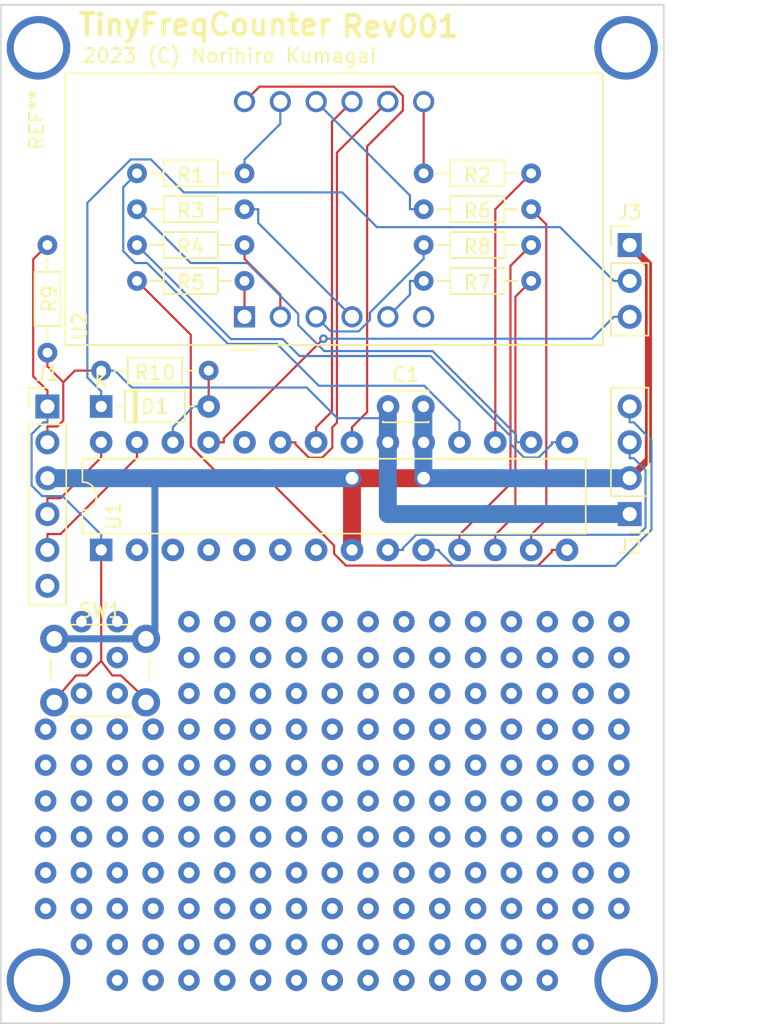
<source format=kicad_pcb>
(kicad_pcb (version 20221018) (generator pcbnew)
  (layers (0 "F.Cu" signal) (31 "B.Cu" signal) (34 "B.Paste" user) (35 "F.Paste" user) (36 "B.SilkS" user "B.Silkscreen") (37 "F.SilkS" user "F.Silkscreen") (38 "B.Mask" user) (39 "F.Mask" user) (44 "Edge.Cuts" user))
  (net 0 "")
  (net 1 "VCC")
  (net 2 "Net-(U1-RC7)")
  (net 3 "Net-(U2-a)")
  (net 4 "Net-(U1-RC6)")
  (net 5 "Net-(U2-b)")
  (net 6 "Net-(U1-RC5)")
  (net 7 "Net-(U2-c)")
  (net 8 "Net-(U1-RC4)")
  (net 9 "Net-(U2-d)")
  (net 10 "Net-(U1-RC3)")
  (net 11 "GND")
  (net 12 "Net-(U2-e)")
  (net 13 "Net-(U1-RC2)")
  (net 14 "Net-(U2-f)")
  (net 15 "Net-(U1-RC1)")
  (net 16 "Net-(U2-g)")
  (net 17 "Net-(U1-RC0)")
  (net 18 "Net-(U2-DP)")
  (net 19 "Net-(J1-Pin_1)")
  (net 20 "/TX1")
  (net 27 "Net-(J2-Pin_3)")
  (net 28 "Net-(J2-Pin_4)")
  (net 29 "Net-(U1-RB0)")
  (net 30 "Net-(U1-RB1)")
  (net 31 "Net-(D1-K)")
  (net 32 "Net-(U1-RB2)")
  (net 34 "/RX1")
  (net 35 "Net-(J1-Pin_5)")
  (net 36 "Net-(J1-Pin_4)")
  (footprint "Capacitor_THT:C_Disc_D3.0mm_W2.0mm_P2.50mm" (layer "F.Cu") (at 107.97 101.6)
    (fp_text reference "C1" (at 1.25 -2.25) (layer "F.SilkS"))
    (fp_text value "0.1uF")
    (pad "1" thru_hole circle (at 0 0) (size 1.6 1.6) (drill 0.8) (layers "*.Cu" "*.Mask") (net 1 "VCC"))
    (pad "2" thru_hole circle (at 2.5 0) (size 1.6 1.6) (drill 0.8) (layers "*.Cu" "*.Mask") (net 11 "GND"))
  )
  (footprint "0-local:Janome_16x10_half" (layer "F.Cu") (at 83.693 81.28)
    (fp_text reference "REF**" (at -0.635 0 90) (layer "F.SilkS"))
    (fp_text value "Janome_16x10_half")
    (fp_line (start -3.175 -8.128) (end -3.175 64.008) (stroke (width 0.12)) (layer "Edge.Cuts"))
    (fp_line (start -3.175 64.008) (end 43.815 64.008) (stroke (width 0.12)) (layer "Edge.Cuts"))
    (fp_line (start 43.815 -8.128) (end -3.175 -8.128) (stroke (width 0.12)) (layer "Edge.Cuts"))
    (fp_line (start 43.815 64.008) (end 43.815 -8.128) (stroke (width 0.12)) (layer "Edge.Cuts"))
    (pad "1" thru_hole circle (at 0 43.18) (size 1.524 1.524) (drill 0.762) (layers "*.Cu" "*.Mask"))
    (pad "1" thru_hole circle (at 0 45.72) (size 1.524 1.524) (drill 0.762) (layers "*.Cu" "*.Mask"))
    (pad "1" thru_hole circle (at 0 48.26) (size 1.524 1.524) (drill 0.762) (layers "*.Cu" "*.Mask"))
    (pad "1" thru_hole circle (at 0 50.8) (size 1.524 1.524) (drill 0.762) (layers "*.Cu" "*.Mask"))
    (pad "1" thru_hole circle (at 0 53.34) (size 1.524 1.524) (drill 0.762) (layers "*.Cu" "*.Mask"))
    (pad "1" thru_hole circle (at 0 55.88) (size 1.524 1.524) (drill 0.762) (layers "*.Cu" "*.Mask"))
    (pad "1" thru_hole circle (at 2.54 35.56) (size 1.524 1.524) (drill 0.762) (layers "*.Cu" "*.Mask"))
    (pad "1" thru_hole circle (at 2.54 38.1) (size 1.524 1.524) (drill 0.762) (layers "*.Cu" "*.Mask"))
    (pad "1" thru_hole circle (at 2.54 40.64) (size 1.524 1.524) (drill 0.762) (layers "*.Cu" "*.Mask"))
    (pad "1" thru_hole circle (at 2.54 43.18) (size 1.524 1.524) (drill 0.762) (layers "*.Cu" "*.Mask"))
    (pad "1" thru_hole circle (at 2.54 45.72) (size 1.524 1.524) (drill 0.762) (layers "*.Cu" "*.Mask"))
    (pad "1" thru_hole circle (at 2.54 48.26) (size 1.524 1.524) (drill 0.762) (layers "*.Cu" "*.Mask"))
    (pad "1" thru_hole circle (at 2.54 50.8) (size 1.524 1.524) (drill 0.762) (layers "*.Cu" "*.Mask"))
    (pad "1" thru_hole circle (at 2.54 53.34) (size 1.524 1.524) (drill 0.762) (layers "*.Cu" "*.Mask"))
    (pad "1" thru_hole circle (at 2.54 55.88) (size 1.524 1.524) (drill 0.762) (layers "*.Cu" "*.Mask"))
    (pad "1" thru_hole circle (at 2.54 58.42) (size 1.524 1.524) (drill 0.762) (layers "*.Cu" "*.Mask"))
    (pad "1" thru_hole circle (at 5.08 35.56) (size 1.524 1.524) (drill 0.762) (layers "*.Cu" "*.Mask"))
    (pad "1" thru_hole circle (at 5.08 38.1) (size 1.524 1.524) (drill 0.762) (layers "*.Cu" "*.Mask"))
    (pad "1" thru_hole circle (at 5.08 40.64) (size 1.524 1.524) (drill 0.762) (layers "*.Cu" "*.Mask"))
    (pad "1" thru_hole circle (at 5.08 43.18) (size 1.524 1.524) (drill 0.762) (layers "*.Cu" "*.Mask"))
    (pad "1" thru_hole circle (at 5.08 45.72) (size 1.524 1.524) (drill 0.762) (layers "*.Cu" "*.Mask"))
    (pad "1" thru_hole circle (at 5.08 48.26) (size 1.524 1.524) (drill 0.762) (layers "*.Cu" "*.Mask"))
    (pad "1" thru_hole circle (at 5.08 50.8) (size 1.524 1.524) (drill 0.762) (layers "*.Cu" "*.Mask"))
    (pad "1" thru_hole circle (at 5.08 53.34) (size 1.524 1.524) (drill 0.762) (layers "*.Cu" "*.Mask"))
    (pad "1" thru_hole circle (at 5.08 55.88) (size 1.524 1.524) (drill 0.762) (layers "*.Cu" "*.Mask"))
    (pad "1" thru_hole circle (at 5.08 58.42) (size 1.524 1.524) (drill 0.762) (layers "*.Cu" "*.Mask"))
    (pad "1" thru_hole circle (at 5.08 60.96) (size 1.524 1.524) (drill 0.762) (layers "*.Cu" "*.Mask"))
    (pad "1" thru_hole circle (at 7.62 43.18) (size 1.524 1.524) (drill 0.762) (layers "*.Cu" "*.Mask"))
    (pad "1" thru_hole circle (at 7.62 45.72) (size 1.524 1.524) (drill 0.762) (layers "*.Cu" "*.Mask"))
    (pad "1" thru_hole circle (at 7.62 48.26) (size 1.524 1.524) (drill 0.762) (layers "*.Cu" "*.Mask"))
    (pad "1" thru_hole circle (at 7.62 50.8) (size 1.524 1.524) (drill 0.762) (layers "*.Cu" "*.Mask"))
    (pad "1" thru_hole circle (at 7.62 53.34) (size 1.524 1.524) (drill 0.762) (layers "*.Cu" "*.Mask"))
    (pad "1" thru_hole circle (at 7.62 55.88) (size 1.524 1.524) (drill 0.762) (layers "*.Cu" "*.Mask"))
    (pad "1" thru_hole circle (at 7.62 58.42) (size 1.524 1.524) (drill 0.762) (layers "*.Cu" "*.Mask"))
    (pad "1" thru_hole circle (at 7.62 60.96) (size 1.524 1.524) (drill 0.762) (layers "*.Cu" "*.Mask"))
    (pad "1" thru_hole circle (at 10.16 35.56) (size 1.524 1.524) (drill 0.762) (layers "*.Cu" "*.Mask"))
    (pad "1" thru_hole circle (at 10.16 38.1) (size 1.524 1.524) (drill 0.762) (layers "*.Cu" "*.Mask"))
    (pad "1" thru_hole circle (at 10.16 40.64) (size 1.524 1.524) (drill 0.762) (layers "*.Cu" "*.Mask"))
    (pad "1" thru_hole circle (at 10.16 43.18) (size 1.524 1.524) (drill 0.762) (layers "*.Cu" "*.Mask"))
    (pad "1" thru_hole circle (at 10.16 45.72) (size 1.524 1.524) (drill 0.762) (layers "*.Cu" "*.Mask"))
    (pad "1" thru_hole circle (at 10.16 48.26) (size 1.524 1.524) (drill 0.762) (layers "*.Cu" "*.Mask"))
    (pad "1" thru_hole circle (at 10.16 50.8) (size 1.524 1.524) (drill 0.762) (layers "*.Cu" "*.Mask"))
    (pad "1" thru_hole circle (at 10.16 53.34) (size 1.524 1.524) (drill 0.762) (layers "*.Cu" "*.Mask"))
    (pad "1" thru_hole circle (at 10.16 55.88) (size 1.524 1.524) (drill 0.762) (layers "*.Cu" "*.Mask"))
    (pad "1" thru_hole circle (at 10.16 58.42) (size 1.524 1.524) (drill 0.762) (layers "*.Cu" "*.Mask"))
    (pad "1" thru_hole circle (at 10.16 60.96) (size 1.524 1.524) (drill 0.762) (layers "*.Cu" "*.Mask"))
    (pad "1" thru_hole circle (at 12.7 35.56) (size 1.524 1.524) (drill 0.762) (layers "*.Cu" "*.Mask"))
    (pad "1" thru_hole circle (at 12.7 38.1) (size 1.524 1.524) (drill 0.762) (layers "*.Cu" "*.Mask"))
    (pad "1" thru_hole circle (at 12.7 40.64) (size 1.524 1.524) (drill 0.762) (layers "*.Cu" "*.Mask"))
    (pad "1" thru_hole circle (at 12.7 43.18) (size 1.524 1.524) (drill 0.762) (layers "*.Cu" "*.Mask"))
    (pad "1" thru_hole circle (at 12.7 45.72) (size 1.524 1.524) (drill 0.762) (layers "*.Cu" "*.Mask"))
    (pad "1" thru_hole circle (at 12.7 48.26) (size 1.524 1.524) (drill 0.762) (layers "*.Cu" "*.Mask"))
    (pad "1" thru_hole circle (at 12.7 50.8) (size 1.524 1.524) (drill 0.762) (layers "*.Cu" "*.Mask"))
    (pad "1" thru_hole circle (at 12.7 53.34) (size 1.524 1.524) (drill 0.762) (layers "*.Cu" "*.Mask"))
    (pad "1" thru_hole circle (at 12.7 55.88) (size 1.524 1.524) (drill 0.762) (layers "*.Cu" "*.Mask"))
    (pad "1" thru_hole circle (at 12.7 58.42) (size 1.524 1.524) (drill 0.762) (layers "*.Cu" "*.Mask"))
    (pad "1" thru_hole circle (at 12.7 60.96) (size 1.524 1.524) (drill 0.762) (layers "*.Cu" "*.Mask"))
    (pad "1" thru_hole circle (at 15.24 35.56) (size 1.524 1.524) (drill 0.762) (layers "*.Cu" "*.Mask"))
    (pad "1" thru_hole circle (at 15.24 38.1) (size 1.524 1.524) (drill 0.762) (layers "*.Cu" "*.Mask"))
    (pad "1" thru_hole circle (at 15.24 40.64) (size 1.524 1.524) (drill 0.762) (layers "*.Cu" "*.Mask"))
    (pad "1" thru_hole circle (at 15.24 43.18) (size 1.524 1.524) (drill 0.762) (layers "*.Cu" "*.Mask"))
    (pad "1" thru_hole circle (at 15.24 45.72) (size 1.524 1.524) (drill 0.762) (layers "*.Cu" "*.Mask"))
    (pad "1" thru_hole circle (at 15.24 48.26) (size 1.524 1.524) (drill 0.762) (layers "*.Cu" "*.Mask"))
    (pad "1" thru_hole circle (at 15.24 50.8) (size 1.524 1.524) (drill 0.762) (layers "*.Cu" "*.Mask"))
    (pad "1" thru_hole circle (at 15.24 53.34) (size 1.524 1.524) (drill 0.762) (layers "*.Cu" "*.Mask"))
    (pad "1" thru_hole circle (at 15.24 55.88) (size 1.524 1.524) (drill 0.762) (layers "*.Cu" "*.Mask"))
    (pad "1" thru_hole circle (at 15.24 58.42) (size 1.524 1.524) (drill 0.762) (layers "*.Cu" "*.Mask"))
    (pad "1" thru_hole circle (at 15.24 60.96) (size 1.524 1.524) (drill 0.762) (layers "*.Cu" "*.Mask"))
    (pad "1" thru_hole circle (at 17.78 35.56) (size 1.524 1.524) (drill 0.762) (layers "*.Cu" "*.Mask"))
    (pad "1" thru_hole circle (at 17.78 38.1) (size 1.524 1.524) (drill 0.762) (layers "*.Cu" "*.Mask"))
    (pad "1" thru_hole circle (at 17.78 40.64) (size 1.524 1.524) (drill 0.762) (layers "*.Cu" "*.Mask"))
    (pad "1" thru_hole circle (at 17.78 43.18) (size 1.524 1.524) (drill 0.762) (layers "*.Cu" "*.Mask"))
    (pad "1" thru_hole circle (at 17.78 45.72) (size 1.524 1.524) (drill 0.762) (layers "*.Cu" "*.Mask"))
    (pad "1" thru_hole circle (at 17.78 48.26) (size 1.524 1.524) (drill 0.762) (layers "*.Cu" "*.Mask"))
    (pad "1" thru_hole circle (at 17.78 50.8) (size 1.524 1.524) (drill 0.762) (layers "*.Cu" "*.Mask"))
    (pad "1" thru_hole circle (at 17.78 53.34) (size 1.524 1.524) (drill 0.762) (layers "*.Cu" "*.Mask"))
    (pad "1" thru_hole circle (at 17.78 55.88) (size 1.524 1.524) (drill 0.762) (layers "*.Cu" "*.Mask"))
    (pad "1" thru_hole circle (at 17.78 58.42) (size 1.524 1.524) (drill 0.762) (layers "*.Cu" "*.Mask"))
    (pad "1" thru_hole circle (at 17.78 60.96) (size 1.524 1.524) (drill 0.762) (layers "*.Cu" "*.Mask"))
    (pad "1" thru_hole circle (at 20.32 35.56) (size 1.524 1.524) (drill 0.762) (layers "*.Cu" "*.Mask"))
    (pad "1" thru_hole circle (at 20.32 38.1) (size 1.524 1.524) (drill 0.762) (layers "*.Cu" "*.Mask"))
    (pad "1" thru_hole circle (at 20.32 40.64) (size 1.524 1.524) (drill 0.762) (layers "*.Cu" "*.Mask"))
    (pad "1" thru_hole circle (at 20.32 43.18) (size 1.524 1.524) (drill 0.762) (layers "*.Cu" "*.Mask"))
    (pad "1" thru_hole circle (at 20.32 45.72) (size 1.524 1.524) (drill 0.762) (layers "*.Cu" "*.Mask"))
    (pad "1" thru_hole circle (at 20.32 48.26) (size 1.524 1.524) (drill 0.762) (layers "*.Cu" "*.Mask"))
    (pad "1" thru_hole circle (at 20.32 50.8) (size 1.524 1.524) (drill 0.762) (layers "*.Cu" "*.Mask"))
    (pad "1" thru_hole circle (at 20.32 53.34) (size 1.524 1.524) (drill 0.762) (layers "*.Cu" "*.Mask"))
    (pad "1" thru_hole circle (at 20.32 55.88) (size 1.524 1.524) (drill 0.762) (layers "*.Cu" "*.Mask"))
    (pad "1" thru_hole circle (at 20.32 58.42) (size 1.524 1.524) (drill 0.762) (layers "*.Cu" "*.Mask"))
    (pad "1" thru_hole circle (at 20.32 60.96) (size 1.524 1.524) (drill 0.762) (layers "*.Cu" "*.Mask"))
    (pad "1" thru_hole circle (at 22.86 35.56) (size 1.524 1.524) (drill 0.762) (layers "*.Cu" "*.Mask"))
    (pad "1" thru_hole circle (at 22.86 38.1) (size 1.524 1.524) (drill 0.762) (layers "*.Cu" "*.Mask"))
    (pad "1" thru_hole circle (at 22.86 40.64) (size 1.524 1.524) (drill 0.762) (layers "*.Cu" "*.Mask"))
    (pad "1" thru_hole circle (at 22.86 43.18) (size 1.524 1.524) (drill 0.762) (layers "*.Cu" "*.Mask"))
    (pad "1" thru_hole circle (at 22.86 45.72) (size 1.524 1.524) (drill 0.762) (layers "*.Cu" "*.Mask"))
    (pad "1" thru_hole circle (at 22.86 48.26) (size 1.524 1.524) (drill 0.762) (layers "*.Cu" "*.Mask"))
    (pad "1" thru_hole circle (at 22.86 50.8) (size 1.524 1.524) (drill 0.762) (layers "*.Cu" "*.Mask"))
    (pad "1" thru_hole circle (at 22.86 53.34) (size 1.524 1.524) (drill 0.762) (layers "*.Cu" "*.Mask"))
    (pad "1" thru_hole circle (at 22.86 55.88) (size 1.524 1.524) (drill 0.762) (layers "*.Cu" "*.Mask"))
    (pad "1" thru_hole circle (at 22.86 58.42) (size 1.524 1.524) (drill 0.762) (layers "*.Cu" "*.Mask"))
    (pad "1" thru_hole circle (at 22.86 60.96) (size 1.524 1.524) (drill 0.762) (layers "*.Cu" "*.Mask"))
    (pad "1" thru_hole circle (at 25.4 35.56) (size 1.524 1.524) (drill 0.762) (layers "*.Cu" "*.Mask"))
    (pad "1" thru_hole circle (at 25.4 38.1) (size 1.524 1.524) (drill 0.762) (layers "*.Cu" "*.Mask"))
    (pad "1" thru_hole circle (at 25.4 40.64) (size 1.524 1.524) (drill 0.762) (layers "*.Cu" "*.Mask"))
    (pad "1" thru_hole circle (at 25.4 43.18) (size 1.524 1.524) (drill 0.762) (layers "*.Cu" "*.Mask"))
    (pad "1" thru_hole circle (at 25.4 45.72) (size 1.524 1.524) (drill 0.762) (layers "*.Cu" "*.Mask"))
    (pad "1" thru_hole circle (at 25.4 48.26) (size 1.524 1.524) (drill 0.762) (layers "*.Cu" "*.Mask"))
    (pad "1" thru_hole circle (at 25.4 50.8) (size 1.524 1.524) (drill 0.762) (layers "*.Cu" "*.Mask"))
    (pad "1" thru_hole circle (at 25.4 53.34) (size 1.524 1.524) (drill 0.762) (layers "*.Cu" "*.Mask"))
    (pad "1" thru_hole circle (at 25.4 55.88) (size 1.524 1.524) (drill 0.762) (layers "*.Cu" "*.Mask"))
    (pad "1" thru_hole circle (at 25.4 58.42) (size 1.524 1.524) (drill 0.762) (layers "*.Cu" "*.Mask"))
    (pad "1" thru_hole circle (at 25.4 60.96) (size 1.524 1.524) (drill 0.762) (layers "*.Cu" "*.Mask"))
    (pad "1" thru_hole circle (at 27.94 35.56) (size 1.524 1.524) (drill 0.762) (layers "*.Cu" "*.Mask"))
    (pad "1" thru_hole circle (at 27.94 38.1) (size 1.524 1.524) (drill 0.762) (layers "*.Cu" "*.Mask"))
    (pad "1" thru_hole circle (at 27.94 40.64) (size 1.524 1.524) (drill 0.762) (layers "*.Cu" "*.Mask"))
    (pad "1" thru_hole circle (at 27.94 43.18) (size 1.524 1.524) (drill 0.762) (layers "*.Cu" "*.Mask"))
    (pad "1" thru_hole circle (at 27.94 45.72) (size 1.524 1.524) (drill 0.762) (layers "*.Cu" "*.Mask"))
    (pad "1" thru_hole circle (at 27.94 48.26) (size 1.524 1.524) (drill 0.762) (layers "*.Cu" "*.Mask"))
    (pad "1" thru_hole circle (at 27.94 50.8) (size 1.524 1.524) (drill 0.762) (layers "*.Cu" "*.Mask"))
    (pad "1" thru_hole circle (at 27.94 53.34) (size 1.524 1.524) (drill 0.762) (layers "*.Cu" "*.Mask"))
    (pad "1" thru_hole circle (at 27.94 55.88) (size 1.524 1.524) (drill 0.762) (layers "*.Cu" "*.Mask"))
    (pad "1" thru_hole circle (at 27.94 58.42) (size 1.524 1.524) (drill 0.762) (layers "*.Cu" "*.Mask"))
    (pad "1" thru_hole circle (at 27.94 60.96) (size 1.524 1.524) (drill 0.762) (layers "*.Cu" "*.Mask"))
    (pad "1" thru_hole circle (at 30.48 35.56) (size 1.524 1.524) (drill 0.762) (layers "*.Cu" "*.Mask"))
    (pad "1" thru_hole circle (at 30.48 38.1) (size 1.524 1.524) (drill 0.762) (layers "*.Cu" "*.Mask"))
    (pad "1" thru_hole circle (at 30.48 40.64) (size 1.524 1.524) (drill 0.762) (layers "*.Cu" "*.Mask"))
    (pad "1" thru_hole circle (at 30.48 43.18) (size 1.524 1.524) (drill 0.762) (layers "*.Cu" "*.Mask"))
    (pad "1" thru_hole circle (at 30.48 45.72) (size 1.524 1.524) (drill 0.762) (layers "*.Cu" "*.Mask"))
    (pad "1" thru_hole circle (at 30.48 48.26) (size 1.524 1.524) (drill 0.762) (layers "*.Cu" "*.Mask"))
    (pad "1" thru_hole circle (at 30.48 50.8) (size 1.524 1.524) (drill 0.762) (layers "*.Cu" "*.Mask"))
    (pad "1" thru_hole circle (at 30.48 53.34) (size 1.524 1.524) (drill 0.762) (layers "*.Cu" "*.Mask"))
    (pad "1" thru_hole circle (at 30.48 55.88) (size 1.524 1.524) (drill 0.762) (layers "*.Cu" "*.Mask"))
    (pad "1" thru_hole circle (at 30.48 58.42) (size 1.524 1.524) (drill 0.762) (layers "*.Cu" "*.Mask"))
    (pad "1" thru_hole circle (at 30.48 60.96) (size 1.524 1.524) (drill 0.762) (layers "*.Cu" "*.Mask"))
    (pad "1" thru_hole circle (at 33.02 35.56) (size 1.524 1.524) (drill 0.762) (layers "*.Cu" "*.Mask"))
    (pad "1" thru_hole circle (at 33.02 38.1) (size 1.524 1.524) (drill 0.762) (layers "*.Cu" "*.Mask"))
    (pad "1" thru_hole circle (at 33.02 40.64) (size 1.524 1.524) (drill 0.762) (layers "*.Cu" "*.Mask"))
    (pad "1" thru_hole circle (at 33.02 43.18) (size 1.524 1.524) (drill 0.762) (layers "*.Cu" "*.Mask"))
    (pad "1" thru_hole circle (at 33.02 45.72) (size 1.524 1.524) (drill 0.762) (layers "*.Cu" "*.Mask"))
    (pad "1" thru_hole circle (at 33.02 48.26) (size 1.524 1.524) (drill 0.762) (layers "*.Cu" "*.Mask"))
    (pad "1" thru_hole circle (at 33.02 50.8) (size 1.524 1.524) (drill 0.762) (layers "*.Cu" "*.Mask"))
    (pad "1" thru_hole circle (at 33.02 53.34) (size 1.524 1.524) (drill 0.762) (layers "*.Cu" "*.Mask"))
    (pad "1" thru_hole circle (at 33.02 55.88) (size 1.524 1.524) (drill 0.762) (layers "*.Cu" "*.Mask"))
    (pad "1" thru_hole circle (at 33.02 58.42) (size 1.524 1.524) (drill 0.762) (layers "*.Cu" "*.Mask"))
    (pad "1" thru_hole circle (at 33.02 60.96) (size 1.524 1.524) (drill 0.762) (layers "*.Cu" "*.Mask"))
    (pad "1" thru_hole circle (at 35.56 35.56) (size 1.524 1.524) (drill 0.762) (layers "*.Cu" "*.Mask"))
    (pad "1" thru_hole circle (at 35.56 38.1) (size 1.524 1.524) (drill 0.762) (layers "*.Cu" "*.Mask"))
    (pad "1" thru_hole circle (at 35.56 40.64) (size 1.524 1.524) (drill 0.762) (layers "*.Cu" "*.Mask"))
    (pad "1" thru_hole circle (at 35.56 43.18) (size 1.524 1.524) (drill 0.762) (layers "*.Cu" "*.Mask"))
    (pad "1" thru_hole circle (at 35.56 45.72) (size 1.524 1.524) (drill 0.762) (layers "*.Cu" "*.Mask"))
    (pad "1" thru_hole circle (at 35.56 48.26) (size 1.524 1.524) (drill 0.762) (layers "*.Cu" "*.Mask"))
    (pad "1" thru_hole circle (at 35.56 50.8) (size 1.524 1.524) (drill 0.762) (layers "*.Cu" "*.Mask"))
    (pad "1" thru_hole circle (at 35.56 53.34) (size 1.524 1.524) (drill 0.762) (layers "*.Cu" "*.Mask"))
    (pad "1" thru_hole circle (at 35.56 55.88) (size 1.524 1.524) (drill 0.762) (layers "*.Cu" "*.Mask"))
    (pad "1" thru_hole circle (at 35.56 58.42) (size 1.524 1.524) (drill 0.762) (layers "*.Cu" "*.Mask"))
    (pad "1" thru_hole circle (at 35.56 60.96) (size 1.524 1.524) (drill 0.762) (layers "*.Cu" "*.Mask"))
    (pad "1" thru_hole circle (at 38.1 35.56) (size 1.524 1.524) (drill 0.762) (layers "*.Cu" "*.Mask"))
    (pad "1" thru_hole circle (at 38.1 38.1) (size 1.524 1.524) (drill 0.762) (layers "*.Cu" "*.Mask"))
    (pad "1" thru_hole circle (at 38.1 40.64) (size 1.524 1.524) (drill 0.762) (layers "*.Cu" "*.Mask"))
    (pad "1" thru_hole circle (at 38.1 43.18) (size 1.524 1.524) (drill 0.762) (layers "*.Cu" "*.Mask"))
    (pad "1" thru_hole circle (at 38.1 45.72) (size 1.524 1.524) (drill 0.762) (layers "*.Cu" "*.Mask"))
    (pad "1" thru_hole circle (at 38.1 48.26) (size 1.524 1.524) (drill 0.762) (layers "*.Cu" "*.Mask"))
    (pad "1" thru_hole circle (at 38.1 50.8) (size 1.524 1.524) (drill 0.762) (layers "*.Cu" "*.Mask"))
    (pad "1" thru_hole circle (at 38.1 53.34) (size 1.524 1.524) (drill 0.762) (layers "*.Cu" "*.Mask"))
    (pad "1" thru_hole circle (at 38.1 55.88) (size 1.524 1.524) (drill 0.762) (layers "*.Cu" "*.Mask"))
    (pad "1" thru_hole circle (at 38.1 58.42) (size 1.524 1.524) (drill 0.762) (layers "*.Cu" "*.Mask"))
    (pad "1" thru_hole circle (at 40.64 35.56) (size 1.524 1.524) (drill 0.762) (layers "*.Cu" "*.Mask"))
    (pad "1" thru_hole circle (at 40.64 38.1) (size 1.524 1.524) (drill 0.762) (layers "*.Cu" "*.Mask"))
    (pad "1" thru_hole circle (at 40.64 40.64) (size 1.524 1.524) (drill 0.762) (layers "*.Cu" "*.Mask"))
    (pad "1" thru_hole circle (at 40.64 43.18) (size 1.524 1.524) (drill 0.762) (layers "*.Cu" "*.Mask"))
    (pad "1" thru_hole circle (at 40.64 45.72) (size 1.524 1.524) (drill 0.762) (layers "*.Cu" "*.Mask"))
    (pad "1" thru_hole circle (at 40.64 48.26) (size 1.524 1.524) (drill 0.762) (layers "*.Cu" "*.Mask"))
    (pad "1" thru_hole circle (at 40.64 50.8) (size 1.524 1.524) (drill 0.762) (layers "*.Cu" "*.Mask"))
    (pad "1" thru_hole circle (at 40.64 53.34) (size 1.524 1.524) (drill 0.762) (layers "*.Cu" "*.Mask"))
    (pad "1" thru_hole circle (at 40.64 55.88) (size 1.524 1.524) (drill 0.762) (layers "*.Cu" "*.Mask"))
    (pad "2" thru_hole circle (at -0.508 -5.08) (size 4.5 4.5) (drill 3.5) (layers "*.Cu" "*.Mask"))
    (pad "2" thru_hole circle (at -0.508 60.96) (size 4.5 4.5) (drill 3.5) (layers "*.Cu" "*.Mask"))
    (pad "2" thru_hole circle (at 41.148 -5.08) (size 4.5 4.5) (drill 3.5) (layers "*.Cu" "*.Mask"))
    (pad "2" thru_hole circle (at 41.148 60.96) (size 4.5 4.5) (drill 3.5) (layers "*.Cu" "*.Mask"))
  )
  (footprint "Resistor_THT:R_Axial_DIN0204_L3.6mm_D1.6mm_P7.62mm_Horizontal" (layer "F.Cu") (at 118.11 85.09 180)
    (fp_text reference "R2" (at 3.81 -0.127) (layer "F.SilkS"))
    (fp_text value "150")
    (pad "1" thru_hole circle (at 0 0 180) (size 1.4 1.4) (drill 0.7) (layers "*.Cu" "*.Mask") (net 4 "Net-(U1-RC6)"))
    (pad "2" thru_hole oval (at 7.62 0 180) (size 1.4 1.4) (drill 0.7) (layers "*.Cu" "*.Mask") (net 5 "Net-(U2-b)"))
  )
  (footprint "Connector_PinHeader_2.54mm:PinHeader_1x04_P2.54mm_Vertical" (layer "F.Cu") (at 125.095 109.22 180)
    (fp_text reference "J2" (at 0 -2.33) (layer "F.SilkS"))
    (fp_text value "CLKIO")
    (pad "1" thru_hole rect (at 0 0 180) (size 1.7 1.7) (drill 1) (layers "*.Cu" "*.Mask") (net 1 "VCC"))
    (pad "2" thru_hole oval (at 0 2.54 180) (size 1.7 1.7) (drill 1) (layers "*.Cu" "*.Mask") (net 11 "GND"))
    (pad "3" thru_hole oval (at 0 5.08 180) (size 1.7 1.7) (drill 1) (layers "*.Cu" "*.Mask") (net 27 "Net-(J2-Pin_3)"))
    (pad "4" thru_hole oval (at 0 7.62 180) (size 1.7 1.7) (drill 1) (layers "*.Cu" "*.Mask") (net 28 "Net-(J2-Pin_4)"))
  )
  (footprint "Connector_PinHeader_2.54mm:PinHeader_1x06_P2.54mm_Vertical" (layer "F.Cu") (at 83.82 101.6)
    (fp_text reference "J1" (at 0 -2.33) (layer "F.SilkS"))
    (fp_text value "SNAP")
    (pad "1" thru_hole rect (at 0 0) (size 1.7 1.7) (drill 1) (layers "*.Cu" "*.Mask") (net 19 "Net-(J1-Pin_1)"))
    (pad "2" thru_hole oval (at 0 2.54) (size 1.7 1.7) (drill 1) (layers "*.Cu" "*.Mask") (net 1 "VCC"))
    (pad "3" thru_hole oval (at 0 5.08) (size 1.7 1.7) (drill 1) (layers "*.Cu" "*.Mask") (net 11 "GND"))
    (pad "4" thru_hole oval (at 0 7.62) (size 1.7 1.7) (drill 1) (layers "*.Cu" "*.Mask") (net 36 "Net-(J1-Pin_4)"))
    (pad "5" thru_hole oval (at 0 10.16) (size 1.7 1.7) (drill 1) (layers "*.Cu" "*.Mask") (net 35 "Net-(J1-Pin_5)"))
    (pad "6" thru_hole oval (at 0 12.7) (size 1.7 1.7) (drill 1) (layers "*.Cu" "*.Mask"))
  )
  (footprint "Resistor_THT:R_Axial_DIN0204_L3.6mm_D1.6mm_P7.62mm_Horizontal" (layer "F.Cu") (at 90.17 92.71)
    (fp_text reference "R5" (at 3.81 0.127) (layer "F.SilkS"))
    (fp_text value "150")
    (pad "1" thru_hole circle (at 0 0) (size 1.4 1.4) (drill 0.7) (layers "*.Cu" "*.Mask") (net 10 "Net-(U1-RC3)"))
    (pad "2" thru_hole oval (at 7.62 0) (size 1.4 1.4) (drill 0.7) (layers "*.Cu" "*.Mask") (net 12 "Net-(U2-e)"))
  )
  (footprint "Connector_PinHeader_2.54mm:PinHeader_1x03_P2.54mm_Vertical" (layer "F.Cu") (at 125.095 90.17)
    (fp_text reference "J3" (at 0 -2.33) (layer "F.SilkS"))
    (fp_text value "Serial")
    (pad "1" thru_hole rect (at 0 0) (size 1.7 1.7) (drill 1) (layers "*.Cu" "*.Mask") (net 11 "GND"))
    (pad "2" thru_hole oval (at 0 2.54) (size 1.7 1.7) (drill 1) (layers "*.Cu" "*.Mask") (net 31 "Net-(D1-K)"))
    (pad "3" thru_hole oval (at 0 5.08) (size 1.7 1.7) (drill 1) (layers "*.Cu" "*.Mask") (net 34 "/RX1"))
  )
  (footprint "Resistor_THT:R_Axial_DIN0204_L3.6mm_D1.6mm_P7.62mm_Horizontal" (layer "F.Cu") (at 118.11 87.63 180)
    (fp_text reference "R6" (at 3.81 -0.127) (layer "F.SilkS"))
    (fp_text value "150")
    (pad "1" thru_hole circle (at 0 0 180) (size 1.4 1.4) (drill 0.7) (layers "*.Cu" "*.Mask") (net 13 "Net-(U1-RC2)"))
    (pad "2" thru_hole oval (at 7.62 0 180) (size 1.4 1.4) (drill 0.7) (layers "*.Cu" "*.Mask") (net 14 "Net-(U2-f)"))
  )
  (footprint "0-local:SW_PUSH_6mm_H4.3mm" (layer "F.Cu") (at 84.305 118.055)
    (fp_text reference "SW1" (at 3.25 -2) (layer "F.SilkS"))
    (fp_text value "SW_Push")
    (pad "1" thru_hole circle (at 0 0 90) (size 2 2) (drill 1.1) (layers "*.Cu" "*.Mask") (net 11 "GND"))
    (pad "1" thru_hole circle (at 6.5 0 90) (size 2 2) (drill 1.1) (layers "*.Cu" "*.Mask") (net 11 "GND"))
    (pad "2" thru_hole circle (at 0 4.5 90) (size 2 2) (drill 1.1) (layers "*.Cu" "*.Mask") (net 19 "Net-(J1-Pin_1)"))
    (pad "2" thru_hole circle (at 6.5 4.5 90) (size 2 2) (drill 1.1) (layers "*.Cu" "*.Mask") (net 19 "Net-(J1-Pin_1)"))
  )
  (footprint "Resistor_THT:R_Axial_DIN0204_L3.6mm_D1.6mm_P7.62mm_Horizontal" (layer "F.Cu") (at 95.25 99.06 180)
    (fp_text reference "R10" (at 3.81 -0.127) (layer "F.SilkS"))
    (fp_text value "10k")
    (pad "1" thru_hole circle (at 0 0 180) (size 1.4 1.4) (drill 0.7) (layers "*.Cu" "*.Mask") (net 20 "/TX1"))
    (pad "2" thru_hole oval (at 7.62 0 180) (size 1.4 1.4) (drill 0.7) (layers "*.Cu" "*.Mask") (net 1 "VCC"))
  )
  (footprint "Diode_THT:D_DO-35_SOD27_P7.62mm_Horizontal" (layer "F.Cu") (at 87.63 101.6)
    (fp_text reference "D1" (at 3.81 0) (layer "F.SilkS"))
    (fp_text value "1N4148")
    (fp_text user "K" (at 0 -1.8) (layer "F.SilkS"))
    (pad "1" thru_hole rect (at 0 0) (size 1.6 1.6) (drill 0.8) (layers "*.Cu" "*.Mask") (net 31 "Net-(D1-K)"))
    (pad "2" thru_hole oval (at 7.62 0) (size 1.6 1.6) (drill 0.8) (layers "*.Cu" "*.Mask") (net 20 "/TX1"))
  )
  (footprint "0-local:OSL-30561_no_courtyard" (layer "F.Cu") (at 97.79 95.25 90)
    (fp_text reference "U2" (at -0.65 -11.684 90) (layer "F.SilkS"))
    (fp_text value "OSL-30561")
    (pad "1" thru_hole rect (at 0 0 90) (size 1.5 1.5) (drill 1) (layers "*.Cu" "*.Mask") (net 12 "Net-(U2-e)"))
    (pad "2" thru_hole circle (at 0 2.54 90) (size 1.5 1.5) (drill 1) (layers "*.Cu" "*.Mask") (net 9 "Net-(U2-d)"))
    (pad "3" thru_hole circle (at 0 5.08 90) (size 1.5 1.5) (drill 1) (layers "*.Cu" "*.Mask") (net 18 "Net-(U2-DP)"))
    (pad "4" thru_hole circle (at 0 7.62 90) (size 1.5 1.5) (drill 1) (layers "*.Cu" "*.Mask") (net 7 "Net-(U2-c)"))
    (pad "5" thru_hole circle (at 0 10.16 90) (size 1.5 1.5) (drill 1) (layers "*.Cu" "*.Mask") (net 16 "Net-(U2-g)"))
    (pad "6" thru_hole circle (at 0 12.7 90) (size 1.5 1.5) (drill 1) (layers "*.Cu" "*.Mask"))
    (pad "7" thru_hole circle (at 15.24 12.7 90) (size 1.5 1.5) (drill 1) (layers "*.Cu" "*.Mask") (net 5 "Net-(U2-b)"))
    (pad "8" thru_hole circle (at 15.24 10.16 90) (size 1.5 1.5) (drill 1) (layers "*.Cu" "*.Mask") (net 32 "Net-(U1-RB2)"))
    (pad "9" thru_hole circle (at 15.24 7.62 90) (size 1.5 1.5) (drill 1) (layers "*.Cu" "*.Mask") (net 30 "Net-(U1-RB1)"))
    (pad "10" thru_hole circle (at 15.24 5.08 90) (size 1.5 1.5) (drill 1) (layers "*.Cu" "*.Mask") (net 14 "Net-(U2-f)"))
    (pad "11" thru_hole circle (at 15.24 2.54 90) (size 1.5 1.5) (drill 1) (layers "*.Cu" "*.Mask") (net 3 "Net-(U2-a)"))
    (pad "12" thru_hole circle (at 15.24 0 90) (size 1.5 1.5) (drill 1) (layers "*.Cu" "*.Mask") (net 29 "Net-(U1-RB0)"))
  )
  (footprint "Resistor_THT:R_Axial_DIN0204_L3.6mm_D1.6mm_P7.62mm_Horizontal" (layer "F.Cu") (at 90.17 90.17)
    (fp_text reference "R4" (at 3.81 0.127) (layer "F.SilkS"))
    (fp_text value "150")
    (pad "1" thru_hole circle (at 0 0) (size 1.4 1.4) (drill 0.7) (layers "*.Cu" "*.Mask") (net 8 "Net-(U1-RC4)"))
    (pad "2" thru_hole oval (at 7.62 0) (size 1.4 1.4) (drill 0.7) (layers "*.Cu" "*.Mask") (net 9 "Net-(U2-d)"))
  )
  (footprint "Resistor_THT:R_Axial_DIN0204_L3.6mm_D1.6mm_P7.62mm_Horizontal" (layer "F.Cu") (at 118.11 90.17 180)
    (fp_text reference "R8" (at 3.81 -0.127) (layer "F.SilkS"))
    (fp_text value "150")
    (pad "1" thru_hole circle (at 0 0 180) (size 1.4 1.4) (drill 0.7) (layers "*.Cu" "*.Mask") (net 17 "Net-(U1-RC0)"))
    (pad "2" thru_hole oval (at 7.62 0 180) (size 1.4 1.4) (drill 0.7) (layers "*.Cu" "*.Mask") (net 18 "Net-(U2-DP)"))
  )
  (footprint "Resistor_THT:R_Axial_DIN0204_L3.6mm_D1.6mm_P7.62mm_Horizontal" (layer "F.Cu") (at 90.17 87.63)
    (fp_text reference "R3" (at 3.81 0.127) (layer "F.SilkS"))
    (fp_text value "150")
    (pad "1" thru_hole circle (at 0 0) (size 1.4 1.4) (drill 0.7) (layers "*.Cu" "*.Mask") (net 6 "Net-(U1-RC5)"))
    (pad "2" thru_hole oval (at 7.62 0) (size 1.4 1.4) (drill 0.7) (layers "*.Cu" "*.Mask") (net 7 "Net-(U2-c)"))
  )
  (footprint "Resistor_THT:R_Axial_DIN0204_L3.6mm_D1.6mm_P7.62mm_Horizontal" (layer "F.Cu") (at 83.82 90.17 -90)
    (fp_text reference "R9" (at 3.81 -0.127 90) (layer "F.SilkS"))
    (fp_text value "10k")
    (pad "1" thru_hole circle (at 0 0 270) (size 1.4 1.4) (drill 0.7) (layers "*.Cu" "*.Mask") (net 19 "Net-(J1-Pin_1)"))
    (pad "2" thru_hole oval (at 7.62 0 270) (size 1.4 1.4) (drill 0.7) (layers "*.Cu" "*.Mask") (net 1 "VCC"))
  )
  (footprint "Resistor_THT:R_Axial_DIN0204_L3.6mm_D1.6mm_P7.62mm_Horizontal" (layer "F.Cu") (at 90.17 85.09)
    (fp_text reference "R1" (at 3.81 0.127) (layer "F.SilkS"))
    (fp_text value "150")
    (pad "1" thru_hole circle (at 0 0) (size 1.4 1.4) (drill 0.7) (layers "*.Cu" "*.Mask") (net 2 "Net-(U1-RC7)"))
    (pad "2" thru_hole oval (at 7.62 0) (size 1.4 1.4) (drill 0.7) (layers "*.Cu" "*.Mask") (net 3 "Net-(U2-a)"))
  )
  (footprint "Resistor_THT:R_Axial_DIN0204_L3.6mm_D1.6mm_P7.62mm_Horizontal" (layer "F.Cu") (at 118.11 92.71 180)
    (fp_text reference "R7" (at 3.81 -0.127) (layer "F.SilkS"))
    (fp_text value "150")
    (pad "1" thru_hole circle (at 0 0 180) (size 1.4 1.4) (drill 0.7) (layers "*.Cu" "*.Mask") (net 15 "Net-(U1-RC1)"))
    (pad "2" thru_hole oval (at 7.62 0 180) (size 1.4 1.4) (drill 0.7) (layers "*.Cu" "*.Mask") (net 16 "Net-(U2-g)"))
  )
  (footprint "Package_DIP:DIP-28_W7.62mm" (layer "F.Cu") (at 87.63 111.76 90)
    (fp_text reference "U1" (at 2.413 0.889 90) (layer "F.SilkS"))
    (fp_text value "PIC18F27Q43-IP")
    (pad "1" thru_hole rect (at 0 0 90) (size 1.6 1.6) (drill 0.8) (layers "*.Cu" "*.Mask") (net 19 "Net-(J1-Pin_1)"))
    (pad "2" thru_hole oval (at 0 2.54 90) (size 1.6 1.6) (drill 0.8) (layers "*.Cu" "*.Mask"))
    (pad "3" thru_hole oval (at 0 5.08 90) (size 1.6 1.6) (drill 0.8) (layers "*.Cu" "*.Mask"))
    (pad "4" thru_hole oval (at 0 7.62 90) (size 1.6 1.6) (drill 0.8) (layers "*.Cu" "*.Mask"))
    (pad "5" thru_hole oval (at 0 10.16 90) (size 1.6 1.6) (drill 0.8) (layers "*.Cu" "*.Mask"))
    (pad "6" thru_hole oval (at 0 12.7 90) (size 1.6 1.6) (drill 0.8) (layers "*.Cu" "*.Mask"))
    (pad "7" thru_hole oval (at 0 15.24 90) (size 1.6 1.6) (drill 0.8) (layers "*.Cu" "*.Mask"))
    (pad "8" thru_hole oval (at 0 17.78 90) (size 1.6 1.6) (drill 0.8) (layers "*.Cu" "*.Mask") (net 11 "GND"))
    (pad "9" thru_hole oval (at 0 20.32 90) (size 1.6 1.6) (drill 0.8) (layers "*.Cu" "*.Mask") (net 27 "Net-(J2-Pin_3)"))
    (pad "10" thru_hole oval (at 0 22.86 90) (size 1.6 1.6) (drill 0.8) (layers "*.Cu" "*.Mask") (net 28 "Net-(J2-Pin_4)"))
    (pad "11" thru_hole oval (at 0 25.4 90) (size 1.6 1.6) (drill 0.8) (layers "*.Cu" "*.Mask") (net 17 "Net-(U1-RC0)"))
    (pad "12" thru_hole oval (at 0 27.94 90) (size 1.6 1.6) (drill 0.8) (layers "*.Cu" "*.Mask") (net 15 "Net-(U1-RC1)"))
    (pad "13" thru_hole oval (at 0 30.48 90) (size 1.6 1.6) (drill 0.8) (layers "*.Cu" "*.Mask") (net 13 "Net-(U1-RC2)"))
    (pad "14" thru_hole oval (at 0 33.02 90) (size 1.6 1.6) (drill 0.8) (layers "*.Cu" "*.Mask") (net 10 "Net-(U1-RC3)"))
    (pad "15" thru_hole oval (at 7.62 33.02 90) (size 1.6 1.6) (drill 0.8) (layers "*.Cu" "*.Mask") (net 8 "Net-(U1-RC4)"))
    (pad "16" thru_hole oval (at 7.62 30.48 90) (size 1.6 1.6) (drill 0.8) (layers "*.Cu" "*.Mask") (net 6 "Net-(U1-RC5)"))
    (pad "17" thru_hole oval (at 7.62 27.94 90) (size 1.6 1.6) (drill 0.8) (layers "*.Cu" "*.Mask") (net 4 "Net-(U1-RC6)"))
    (pad "18" thru_hole oval (at 7.62 25.4 90) (size 1.6 1.6) (drill 0.8) (layers "*.Cu" "*.Mask") (net 2 "Net-(U1-RC7)"))
    (pad "19" thru_hole oval (at 7.62 22.86 90) (size 1.6 1.6) (drill 0.8) (layers "*.Cu" "*.Mask") (net 11 "GND"))
    (pad "20" thru_hole oval (at 7.62 20.32 90) (size 1.6 1.6) (drill 0.8) (layers "*.Cu" "*.Mask") (net 1 "VCC"))
    (pad "21" thru_hole oval (at 7.62 17.78 90) (size 1.6 1.6) (drill 0.8) (layers "*.Cu" "*.Mask") (net 29 "Net-(U1-RB0)"))
    (pad "22" thru_hole oval (at 7.62 15.24 90) (size 1.6 1.6) (drill 0.8) (layers "*.Cu" "*.Mask") (net 30 "Net-(U1-RB1)"))
    (pad "23" thru_hole oval (at 7.62 12.7 90) (size 1.6 1.6) (drill 0.8) (layers "*.Cu" "*.Mask") (net 32 "Net-(U1-RB2)"))
    (pad "24" thru_hole oval (at 7.62 10.16 90) (size 1.6 1.6) (drill 0.8) (layers "*.Cu" "*.Mask"))
    (pad "25" thru_hole oval (at 7.62 7.62 90) (size 1.6 1.6) (drill 0.8) (layers "*.Cu" "*.Mask") (net 34 "/RX1"))
    (pad "26" thru_hole oval (at 7.62 5.08 90) (size 1.6 1.6) (drill 0.8) (layers "*.Cu" "*.Mask") (net 20 "/TX1"))
    (pad "27" thru_hole oval (at 7.62 2.54 90) (size 1.6 1.6) (drill 0.8) (layers "*.Cu" "*.Mask") (net 35 "Net-(J1-Pin_5)"))
    (pad "28" thru_hole oval (at 7.62 0 90) (size 1.6 1.6) (drill 0.8) (layers "*.Cu" "*.Mask") (net 36 "Net-(J1-Pin_4)"))
  )
  (gr_text "Rev001" (at 104.521 75.565) (layer "F.SilkS") (effects (font (size 1.5 1.5) (thickness 0.3) bold) (justify left bottom)))
  (gr_text "TinyFreqCounter" (at 85.852 75.438) (layer "F.SilkS") (effects (font (size 1.5 1.5) (thickness 0.3) bold) (justify left bottom)))
  (gr_text "2023 (C) Norihiro Kumagai" (at 86.233 77.343) (layer "F.SilkS") (effects (font (size 1 1)) (justify left bottom)))
  (segment (start 83.82 97.79) (end 83.82 98.7631) (width 0.1524) (layer "F.Cu") (net 1))
  (segment (start 84.9431 102.5958) (end 84.9431 99.8862) (width 0.1524) (layer "F.Cu") (net 1))
  (segment (start 83.82 103.0169) (end 84.522 103.0169) (width 0.1524) (layer "F.Cu") (net 1))
  (segment (start 83.82 104.14) (end 83.82 103.0169) (width 0.1524) (layer "F.Cu") (net 1))
  (segment (start 84.9431 99.8862) (end 83.82 98.7631) (width 0.1524) (layer "F.Cu") (net 1))
  (segment (start 87.63 99.06) (end 85.7693 99.06) (width 0.1524) (layer "F.Cu") (net 1))
  (segment (start 85.7693 99.06) (end 84.9431 99.8862) (width 0.1524) (layer "F.Cu") (net 1))
  (segment (start 84.522 103.0169) (end 84.9431 102.5958) (width 0.1524) (layer "F.Cu") (net 1))
  (segment (start 107.95 101.62) (end 107.97 101.6) (width 1.27) (layer "B.Cu") (net 1))
  (segment (start 102.1973 100.2593) (end 89.8024 100.2593) (width 0.1524) (layer "B.Cu") (net 1))
  (segment (start 87.63 99.06) (end 88.6031 99.06) (width 0.1524) (layer "B.Cu") (net 1))
  (segment (start 107.95 102.4312) (end 107.95 101.62) (width 1.27) (layer "B.Cu") (net 1))
  (segment (start 107.95 104.14) (end 107.95 109.22) (width 1.27) (layer "B.Cu") (net 1))
  (segment (start 107.95 104.14) (end 107.95 102.4312) (width 1.27) (layer "B.Cu") (net 1))
  (segment (start 107.95 109.22) (end 125.095 109.22) (width 1.27) (layer "B.Cu") (net 1))
  (segment (start 104.3692 102.4312) (end 102.1973 100.2593) (width 0.1524) (layer "B.Cu") (net 1))
  (segment (start 107.95 102.4312) (end 104.3692 102.4312) (width 0.1524) (layer "B.Cu") (net 1))
  (segment (start 89.8024 100.2593) (end 88.6031 99.06) (width 0.1524) (layer "B.Cu") (net 1))
  (segment (start 96.6236 97.1753) (end 100.1015 97.1753) (width 0.1524) (layer "B.Cu") (net 2))
  (segment (start 103.0581 100.1319) (end 110.5302 100.1319) (width 0.1524) (layer "B.Cu") (net 2))
  (segment (start 89.1945 86.0655) (end 89.1945 90.6008) (width 0.1524) (layer "B.Cu") (net 2))
  (segment (start 110.5302 100.1319) (end 113.03 102.6317) (width 0.1524) (layer "B.Cu") (net 2))
  (segment (start 90.17 85.09) (end 89.1945 86.0655) (width 0.1524) (layer "B.Cu") (net 2))
  (segment (start 90.8883 91.44) (end 96.6236 97.1753) (width 0.1524) (layer "B.Cu") (net 2))
  (segment (start 113.03 102.6317) (end 113.03 104.14) (width 0.1524) (layer "B.Cu") (net 2))
  (segment (start 90.0337 91.44) (end 90.8883 91.44) (width 0.1524) (layer "B.Cu") (net 2))
  (segment (start 89.1945 90.6008) (end 90.0337 91.44) (width 0.1524) (layer "B.Cu") (net 2))
  (segment (start 100.1015 97.1753) (end 103.0581 100.1319) (width 0.1524) (layer "B.Cu") (net 2))
  (segment (start 97.79 85.09) (end 97.79 84.1169) (width 0.1524) (layer "B.Cu") (net 3))
  (segment (start 100.33 80.01) (end 100.33 81.5769) (width 0.1524) (layer "B.Cu") (net 3))
  (segment (start 100.33 81.5769) (end 97.79 84.1169) (width 0.1524) (layer "B.Cu") (net 3))
  (segment (start 115.57 87.63) (end 118.11 85.09) (width 0.1524) (layer "F.Cu") (net 4))
  (segment (start 115.57 104.14) (end 115.57 87.63) (width 0.1524) (layer "F.Cu") (net 4))
  (segment (start 110.49 80.01) (end 110.49 85.09) (width 0.1524) (layer "F.Cu") (net 5))
  (segment (start 98.0021 91.44) (end 93.98 91.44) (width 0.1524) (layer "B.Cu") (net 6))
  (segment (start 117.0369 103.5902) (end 111.1239 97.6772) (width 0.1524) (layer "B.Cu") (net 6))
  (segment (start 101.6001 95.038) (end 98.0021 91.44) (width 0.1524) (layer "B.Cu") (net 6))
  (segment (start 118.11 104.14) (end 117.0369 104.14) (width 0.1524) (layer "B.Cu") (net 6))
  (segment (start 103.4408 97.6772) (end 101.6001 95.8365) (width 0.1524) (layer "B.Cu") (net 6))
  (segment (start 111.1239 97.6772) (end 103.4408 97.6772) (width 0.1524) (layer "B.Cu") (net 6))
  (segment (start 93.98 91.44) (end 90.17 87.63) (width 0.1524) (layer "B.Cu") (net 6))
  (segment (start 101.6001 95.8365) (end 101.6001 95.038) (width 0.1524) (layer "B.Cu") (net 6))
  (segment (start 117.0369 104.14) (end 117.0369 103.5902) (width 0.1524) (layer "B.Cu") (net 6))
  (segment (start 97.79 87.63) (end 98.7631 87.63) (width 0.1524) (layer "B.Cu") (net 7))
  (segment (start 98.7631 88.6031) (end 98.7631 87.63) (width 0.1524) (layer "B.Cu") (net 7))
  (segment (start 105.41 95.25) (end 98.7631 88.6031) (width 0.1524) (layer "B.Cu") (net 7))
  (segment (start 96.826 96.826) (end 90.17 90.17) (width 0.1524) (layer "B.Cu") (net 8))
  (segment (start 101.6927 98.0266) (end 100.4921 96.826) (width 0.1524) (layer "B.Cu") (net 8))
  (segment (start 117.6083 105.2184) (end 116.6655 104.2756) (width 0.1524) (layer "B.Cu") (net 8))
  (segment (start 116.6655 104.2756) (end 116.6655 103.7146) (width 0.1524) (layer "B.Cu") (net 8))
  (segment (start 119.5769 104.14) (end 119.5769 104.2741) (width 0.1524) (layer "B.Cu") (net 8))
  (segment (start 100.4921 96.826) (end 96.826 96.826) (width 0.1524) (layer "B.Cu") (net 8))
  (segment (start 116.6655 103.7146) (end 110.9775 98.0266) (width 0.1524) (layer "B.Cu") (net 8))
  (segment (start 110.9775 98.0266) (end 101.6927 98.0266) (width 0.1524) (layer "B.Cu") (net 8))
  (segment (start 119.5769 104.2741) (end 118.6326 105.2184) (width 0.1524) (layer "B.Cu") (net 8))
  (segment (start 118.6326 105.2184) (end 117.6083 105.2184) (width 0.1524) (layer "B.Cu") (net 8))
  (segment (start 120.65 104.14) (end 119.5769 104.14) (width 0.1524) (layer "B.Cu") (net 8))
  (segment (start 100.33 93.6831) (end 97.79 91.1431) (width 0.1524) (layer "F.Cu") (net 9))
  (segment (start 100.33 95.25) (end 100.33 93.6831) (width 0.1524) (layer "F.Cu") (net 9))
  (segment (start 97.79 90.17) (end 97.79 91.1431) (width 0.1524) (layer "F.Cu") (net 9))
  (segment (start 118.6021 112.8689) (end 104.9798 112.8689) (width 0.1524) (layer "F.Cu") (net 10))
  (segment (start 93.98 104.426) (end 93.98 96.52) (width 0.1524) (layer "F.Cu") (net 10))
  (segment (start 120.65 111.76) (end 119.5769 111.76) (width 0.1524) (layer "F.Cu") (net 10))
  (segment (start 98.817 106.1195) (end 95.6735 106.1195) (width 0.1524) (layer "F.Cu") (net 10))
  (segment (start 104.14 111.4425) (end 98.817 106.1195) (width 0.1524) (layer "F.Cu") (net 10))
  (segment (start 119.5769 111.8941) (end 118.6021 112.8689) (width 0.1524) (layer "F.Cu") (net 10))
  (segment (start 95.6735 106.1195) (end 93.98 104.426) (width 0.1524) (layer "F.Cu") (net 10))
  (segment (start 93.98 96.52) (end 90.17 92.71) (width 0.1524) (layer "F.Cu") (net 10))
  (segment (start 104.14 112.0291) (end 104.14 111.4425) (width 0.1524) (layer "F.Cu") (net 10))
  (segment (start 119.5769 111.76) (end 119.5769 111.8941) (width 0.1524) (layer "F.Cu") (net 10))
  (segment (start 104.9798 112.8689) (end 104.14 112.0291) (width 0.1524) (layer "F.Cu") (net 10))
  (segment (start 110.49 106.68) (end 105.41 106.68) (width 1.27) (layer "F.Cu") (net 11))
  (segment (start 126.4261 105.3489) (end 126.4261 91.5011) (width 0.5) (layer "F.Cu") (net 11))
  (segment (start 125.095 106.68) (end 126.4261 105.3489) (width 0.5) (layer "F.Cu") (net 11))
  (segment (start 105.41 106.68) (end 105.41 111.76) (width 1.27) (layer "F.Cu") (net 11))
  (segment (start 126.4261 91.5011) (end 125.095 90.17) (width 0.5) (layer "F.Cu") (net 11))
  (via (at 110.49 106.68) (size 1.27) (drill 0.9) (layers "F.Cu" "B.Cu") (net 11))
  (via (at 105.41 106.68) (size 1.27) (drill 0.9) (layers "F.Cu" "B.Cu") (net 11))
  (segment (start 110.49 106.68) (end 110.47 106.66) (width 1.27) (layer "B.Cu") (net 11))
  (segment (start 90.805 118.055) (end 84.305 118.055) (width 0.5) (layer "B.Cu") (net 11))
  (segment (start 110.48 104.13) (end 110.49 104.14) (width 0.5) (layer "B.Cu") (net 11))
  (segment (start 110.47 106.66) (end 110.47 104.13) (width 1.27) (layer "B.Cu") (net 11))
  (segment (start 125.095 106.68) (end 110.49 106.68) (width 1.27) (layer "B.Cu") (net 11))
  (segment (start 91.44 106.68) (end 83.82 106.68) (width 1.27) (layer "B.Cu") (net 11))
  (segment (start 110.47 104.13) (end 110.47 101.6) (width 1.27) (layer "B.Cu") (net 11))
  (segment (start 91.44 106.68) (end 91.44 117.42) (width 0.5) (layer "B.Cu") (net 11))
  (segment (start 105.41 106.68) (end 91.44 106.68) (width 1.27) (layer "B.Cu") (net 11))
  (segment (start 91.44 117.42) (end 90.805 118.055) (width 0.5) (layer "B.Cu") (net 11))
  (segment (start 110.47 104.13) (end 110.48 104.13) (width 0.5) (layer "B.Cu") (net 11))
  (segment (start 97.79 95.25) (end 97.79 92.71) (width 0.1524) (layer "F.Cu") (net 12))
  (segment (start 119.1831 109.6138) (end 118.11 110.6869) (width 0.1524) (layer "F.Cu") (net 13))
  (segment (start 119.1831 88.7031) (end 119.1831 109.6138) (width 0.1524) (layer "F.Cu") (net 13))
  (segment (start 118.11 111.76) (end 118.11 110.6869) (width 0.1524) (layer "F.Cu") (net 13))
  (segment (start 118.11 87.63) (end 119.1831 88.7031) (width 0.1524) (layer "F.Cu") (net 13))
  (segment (start 102.87 80.01) (end 109.5169 86.6569) (width 0.1524) (layer "B.Cu") (net 14))
  (segment (start 109.5169 86.6569) (end 109.5169 87.63) (width 0.1524) (layer "B.Cu") (net 14))
  (segment (start 110.49 87.63) (end 109.5169 87.63) (width 0.1524) (layer "B.Cu") (net 14))
  (segment (start 116.9924 93.8276) (end 118.11 92.71) (width 0.1524) (layer "F.Cu") (net 15))
  (segment (start 115.57 110.6869) (end 116.9924 109.2645) (width 0.1524) (layer "F.Cu") (net 15))
  (segment (start 115.57 111.76) (end 115.57 110.6869) (width 0.1524) (layer "F.Cu") (net 15))
  (segment (start 116.9924 109.2645) (end 116.9924 93.8276) (width 0.1524) (layer "F.Cu") (net 15))
  (segment (start 109.5169 93.6831) (end 109.5169 92.71) (width 0.1524) (layer "B.Cu") (net 16))
  (segment (start 110.49 92.71) (end 109.5169 92.71) (width 0.1524) (layer "B.Cu") (net 16))
  (segment (start 107.95 95.25) (end 109.5169 93.6831) (width 0.1524) (layer "B.Cu") (net 16))
  (segment (start 113.03 111.76) (end 113.03 110.6869) (width 0.1524) (layer "F.Cu") (net 17))
  (segment (start 116.6431 91.6369) (end 118.11 90.17) (width 0.1524) (layer "F.Cu") (net 17))
  (segment (start 116.6431 107.0738) (end 116.6431 91.6369) (width 0.1524) (layer "F.Cu") (net 17))
  (segment (start 113.03 110.6869) (end 116.6431 107.0738) (width 0.1524) (layer "F.Cu") (net 17))
  (segment (start 106.68 94.9531) (end 106.68 95.4778) (width 0.1524) (layer "B.Cu") (net 18))
  (segment (start 105.8731 96.2847) (end 103.9047 96.2847) (width 0.1524) (layer "B.Cu") (net 18))
  (segment (start 106.68 95.4778) (end 105.8731 96.2847) (width 0.1524) (layer "B.Cu") (net 18))
  (segment (start 110.49 90.17) (end 110.49 91.1431) (width 0.1524) (layer "B.Cu") (net 18))
  (segment (start 103.9047 96.2847) (end 102.87 95.25) (width 0.1524) (layer "B.Cu") (net 18))
  (segment (start 110.49 91.1431) (end 106.68 94.9531) (width 0.1524) (layer "B.Cu") (net 18))
  (segment (start 87.63 119.6272) (end 88.4179 120.65) (width 0.1524) (layer "F.Cu") (net 19))
  (segment (start 90.805 122.3304) (end 90.805 122.555) (width 0.1524) (layer "F.Cu") (net 19))
  (segment (start 84.305 122.4446) (end 84.305 122.555) (width 0.1524) (layer "F.Cu") (net 19))
  (segment (start 83.82 100.4769) (end 82.8113 99.4682) (width 0.1524) (layer "F.Cu") (net 19))
  (segment (start 82.8113 99.4682) (end 82.8113 91.1787) (width 0.1524) (layer "F.Cu") (net 19))
  (segment (start 87.63 119.6272) (end 86.6072 120.65) (width 0.1524) (layer "F.Cu") (net 19))
  (segment (start 85.852 120.65) (end 84.305 122.4446) (width 0.1524) (layer "F.Cu") (net 19))
  (segment (start 89.027 120.65) (end 90.805 122.3304) (width 0.1524) (layer "F.Cu") (net 19))
  (segment (start 86.6072 120.65) (end 85.852 120.65) (width 0.1524) (layer "F.Cu") (net 19))
  (segment (start 83.82 101.6) (end 83.82 100.4769) (width 0.1524) (layer "F.Cu") (net 19))
  (segment (start 82.8113 91.1787) (end 83.82 90.17) (width 0.1524) (layer "F.Cu") (net 19))
  (segment (start 87.63 111.76) (end 87.63 119.6272) (width 0.1524) (layer "F.Cu") (net 19))
  (segment (start 88.4179 120.65) (end 89.027 120.65) (width 0.1524) (layer "F.Cu") (net 19))
  (segment (start 83.5391 102.7231) (end 83.82 102.7231) (width 0.1524) (layer "B.Cu") (net 19))
  (segment (start 83.4501 107.95) (end 82.6969 107.1968) (width 0.1524) (layer "B.Cu") (net 19))
  (segment (start 84.8931 107.95) (end 83.4501 107.95) (width 0.1524) (layer "B.Cu") (net 19))
  (segment (start 82.6969 103.5653) (end 83.5391 102.7231) (width 0.1524) (layer "B.Cu") (net 19))
  (segment (start 83.82 101.6) (end 83.82 102.7231) (width 0.1524) (layer "B.Cu") (net 19))
  (segment (start 87.63 110.6869) (end 84.8931 107.95) (width 0.1524) (layer "B.Cu") (net 19))
  (segment (start 87.63 111.76) (end 87.63 110.6869) (width 0.1524) (layer "B.Cu") (net 19))
  (segment (start 82.6969 107.1968) (end 82.6969 103.5653) (width 0.1524) (layer "B.Cu") (net 19))
  (segment (start 95.25 101.6) (end 95.25 99.06) (width 0.1524) (layer "F.Cu") (net 20))
  (segment (start 95.25 101.6) (end 94.1769 101.6) (width 0.1524) (layer "B.Cu") (net 20))
  (segment (start 92.71 104.14) (end 92.71 103.0669) (width 0.1524) (layer "B.Cu") (net 20))
  (segment (start 92.71 103.0669) (end 94.1769 101.6) (width 0.1524) (layer "B.Cu") (net 20))
  (segment (start 109.0231 111.6257) (end 109.9619 110.6869) (width 0.1524) (layer "B.Cu") (net 27))
  (segment (start 126.2181 106.1053) (end 125.3759 105.2631) (width 0.1524) (layer "B.Cu") (net 27))
  (segment (start 107.95 111.76) (end 109.0231 111.76) (width 0.1524) (layer "B.Cu") (net 27))
  (segment (start 125.3759 105.2631) (end 125.095 105.2631) (width 0.1524) (layer "B.Cu") (net 27))
  (segment (start 109.0231 111.76) (end 109.0231 111.6257) (width 0.1524) (layer "B.Cu") (net 27))
  (segment (start 109.9619 110.6869) (end 125.7145 110.6869) (width 0.1524) (layer "B.Cu") (net 27))
  (segment (start 126.2181 110.1833) (end 126.2181 106.1053) (width 0.1524) (layer "B.Cu") (net 27))
  (segment (start 125.095 104.14) (end 125.095 105.2631) (width 0.1524) (layer "B.Cu") (net 27))
  (segment (start 125.7145 110.6869) (end 126.2181 110.1833) (width 0.1524) (layer "B.Cu") (net 27))
  (segment (start 125.095 101.6) (end 125.095 102.7231) (width 0.1524) (layer "B.Cu") (net 28))
  (segment (start 111.5631 111.76) (end 111.5631 111.8385) (width 0.1524) (layer "B.Cu") (net 28))
  (segment (start 111.5631 111.8385) (end 112.6153 112.8907) (width 0.1524) (layer "B.Cu") (net 28))
  (segment (start 126.6377 103.9849) (end 125.3759 102.7231) (width 0.1524) (layer "B.Cu") (net 28))
  (segment (start 126.6377 110.3332) (end 126.6377 103.9849) (width 0.1524) (layer "B.Cu") (net 28))
  (segment (start 124.0802 112.8907) (end 126.6377 110.3332) (width 0.1524) (layer "B.Cu") (net 28))
  (segment (start 112.6153 112.8907) (end 124.0802 112.8907) (width 0.1524) (layer "B.Cu") (net 28))
  (segment (start 110.49 111.76) (end 111.5631 111.76) (width 0.1524) (layer "B.Cu") (net 28))
  (segment (start 125.3759 102.7231) (end 125.095 102.7231) (width 0.1524) (layer "B.Cu") (net 28))
  (segment (start 98.8532 78.9468) (end 97.79 80.01) (width 0.1524) (layer "F.Cu") (net 29))
  (segment (start 106.4831 83.1721) (end 109.0146 80.6406) (width 0.1524) (layer "F.Cu") (net 29))
  (segment (start 109.0146 80.6406) (end 109.0146 79.5984) (width 0.1524) (layer "F.Cu") (net 29))
  (segment (start 105.41 103.0669) (end 106.4831 101.9938) (width 0.1524) (layer "F.Cu") (net 29))
  (segment (start 105.41 104.14) (end 105.41 103.0669) (width 0.1524) (layer "F.Cu") (net 29))
  (segment (start 106.4831 101.9938) (end 106.4831 83.1721) (width 0.1524) (layer "F.Cu") (net 29))
  (segment (start 108.363 78.9468) (end 98.8532 78.9468) (width 0.1524) (layer "F.Cu") (net 29))
  (segment (start 109.0146 79.5984) (end 108.363 78.9468) (width 0.1524) (layer "F.Cu") (net 29))
  (segment (start 103.9903 81.4297) (end 103.9903 101.9466) (width 0.1524) (layer "F.Cu") (net 30))
  (segment (start 102.87 104.14) (end 102.87 103.0669) (width 0.1524) (layer "F.Cu") (net 30))
  (segment (start 103.9903 101.9466) (end 102.87 103.0669) (width 0.1524) (layer "F.Cu") (net 30))
  (segment (start 105.41 80.01) (end 103.9903 81.4297) (width 0.1524) (layer "F.Cu") (net 30))
  (segment (start 93.4891 86.4382) (end 104.7152 86.4382) (width 0.1524) (layer "B.Cu") (net 31))
  (segment (start 89.7254 84.1023) (end 91.1532 84.1023) (width 0.1524) (layer "B.Cu") (net 31))
  (segment (start 86.6507 87.177) (end 89.7254 84.1023) (width 0.1524) (layer "B.Cu") (net 31))
  (segment (start 91.1532 84.1023) (end 93.4891 86.4382) (width 0.1524) (layer "B.Cu") (net 31))
  (segment (start 86.6507 99.5476) (end 86.6507 87.177) (width 0.1524) (layer "B.Cu") (net 31))
  (segment (start 87.63 101.6) (end 87.63 100.5269) (width 0.1524) (layer "B.Cu") (net 31))
  (segment (start 125.095 92.71) (end 123.9719 92.71) (width 0.1524) (layer "B.Cu") (net 31))
  (segment (start 107.177 88.9) (end 120.1619 88.9) (width 0.1524) (layer "B.Cu") (net 31))
  (segment (start 120.1619 88.9) (end 123.9719 92.71) (width 0.1524) (layer "B.Cu") (net 31))
  (segment (start 87.63 100.5269) (end 86.6507 99.5476) (width 0.1524) (layer "B.Cu") (net 31))
  (segment (start 104.7152 86.4382) (end 107.177 88.9) (width 0.1524) (layer "B.Cu") (net 31))
  (segment (start 101.4031 104.2741) (end 102.3621 105.2331) (width 0.1524) (layer "F.Cu") (net 32))
  (segment (start 100.33 104.14) (end 101.4031 104.14) (width 0.1524) (layer "F.Cu") (net 32))
  (segment (start 104.3396 102.7457) (end 104.3396 83.6204) (width 0.1524) (layer "F.Cu") (net 32))
  (segment (start 104.3396 83.6204) (end 107.95 80.01) (width 0.1524) (layer "F.Cu") (net 32))
  (segment (start 102.3621 105.2331) (end 103.2946 105.2331) (width 0.1524) (layer "F.Cu") (net 32))
  (segment (start 104.0169 104.5108) (end 104.0169 103.0684) (width 0.1524) (layer "F.Cu") (net 32))
  (segment (start 101.4031 104.14) (end 101.4031 104.2741) (width 0.1524) (layer "F.Cu") (net 32))
  (segment (start 103.2946 105.2331) (end 104.0169 104.5108) (width 0.1524) (layer "F.Cu") (net 32))
  (segment (start 104.0169 103.0684) (end 104.3396 102.7457) (width 0.1524) (layer "F.Cu") (net 32))
  (segment (start 96.3231 104.14) (end 96.3231 103.8601) (width 0.1524) (layer "F.Cu") (net 34))
  (segment (start 95.25 104.14) (end 96.3231 104.14) (width 0.1524) (layer "F.Cu") (net 34))
  (segment (start 96.3231 103.8601) (end 103.3822 96.801) (width 0.1524) (layer "F.Cu") (net 34))
  (via (at 103.3822 96.801) (size 0.61) (drill 0.3) (layers "F.Cu" "B.Cu") (net 34))
  (segment (start 103.3822 96.801) (end 122.4209 96.801) (width 0.1524) (layer "B.Cu") (net 34))
  (segment (start 125.095 95.25) (end 123.9719 95.25) (width 0.1524) (layer "B.Cu") (net 34))
  (segment (start 122.4209 96.801) (end 123.9719 95.25) (width 0.1524) (layer "B.Cu") (net 34))
  (segment (start 90.17 105.2131) (end 84.7462 110.6369) (width 0.1524) (layer "F.Cu") (net 35))
  (segment (start 84.7462 110.6369) (end 83.82 110.6369) (width 0.1524) (layer "F.Cu") (net 35))
  (segment (start 83.82 111.76) (end 83.82 110.6369) (width 0.1524) (layer "F.Cu") (net 35))
  (segment (start 90.17 104.14) (end 90.17 105.2131) (width 0.1524) (layer "F.Cu") (net 35))
  (segment (start 84.7462 108.0969) (end 83.82 108.0969) (width 0.1524) (layer "F.Cu") (net 36))
  (segment (start 87.63 105.2131) (end 84.7462 108.0969) (width 0.1524) (layer "F.Cu") (net 36))
  (segment (start 83.82 109.22) (end 83.82 108.0969) (width 0.1524) (layer "F.Cu") (net 36))
  (segment (start 87.63 104.14) (end 87.63 105.2131) (width 0.1524) (layer "F.Cu") (net 36))
)
</source>
